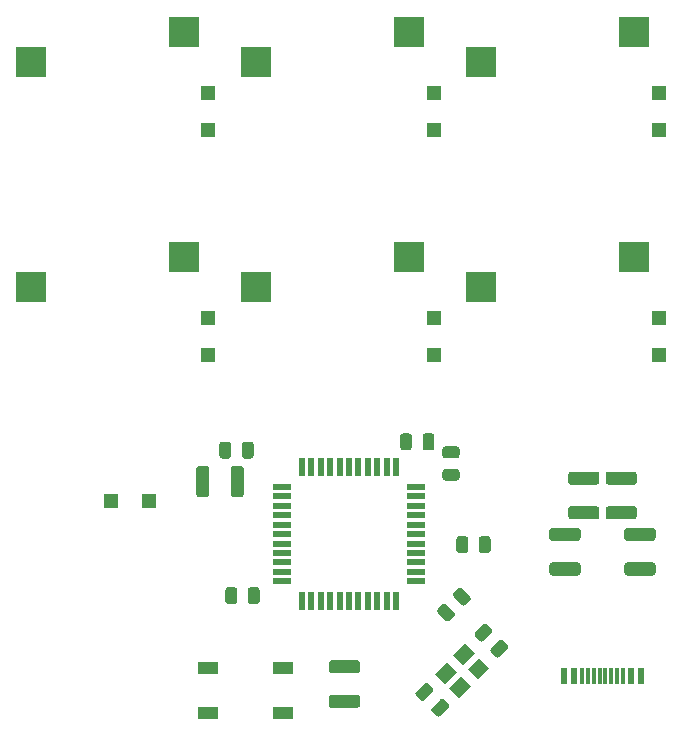
<source format=gbr>
%TF.GenerationSoftware,KiCad,Pcbnew,(5.1.8)-1*%
%TF.CreationDate,2020-11-20T23:41:01-06:00*%
%TF.ProjectId,testpcb,74657374-7063-4622-9e6b-696361645f70,0*%
%TF.SameCoordinates,Original*%
%TF.FileFunction,Paste,Bot*%
%TF.FilePolarity,Positive*%
%FSLAX46Y46*%
G04 Gerber Fmt 4.6, Leading zero omitted, Abs format (unit mm)*
G04 Created by KiCad (PCBNEW (5.1.8)-1) date 2020-11-20 23:41:01*
%MOMM*%
%LPD*%
G01*
G04 APERTURE LIST*
%ADD10R,1.500000X0.550000*%
%ADD11R,0.550000X1.500000*%
%ADD12R,2.550000X2.500000*%
%ADD13R,0.600000X1.450000*%
%ADD14R,0.300000X1.450000*%
%ADD15C,0.100000*%
%ADD16R,1.200000X1.200000*%
%ADD17R,1.700000X1.000000*%
G04 APERTURE END LIST*
D10*
%TO.C,U1*%
X82662000Y-66739000D03*
X82662000Y-67539000D03*
X82662000Y-68339000D03*
X82662000Y-69139000D03*
X82662000Y-69939000D03*
X82662000Y-70739000D03*
X82662000Y-71539000D03*
X82662000Y-72339000D03*
X82662000Y-73139000D03*
X82662000Y-73939000D03*
X82662000Y-74739000D03*
D11*
X80962000Y-76439000D03*
X80162000Y-76439000D03*
X79362000Y-76439000D03*
X78562000Y-76439000D03*
X77762000Y-76439000D03*
X76962000Y-76439000D03*
X76162000Y-76439000D03*
X75362000Y-76439000D03*
X74562000Y-76439000D03*
X73762000Y-76439000D03*
X72962000Y-76439000D03*
D10*
X71262000Y-74739000D03*
X71262000Y-73939000D03*
X71262000Y-73139000D03*
X71262000Y-72339000D03*
X71262000Y-71539000D03*
X71262000Y-70739000D03*
X71262000Y-69939000D03*
X71262000Y-69139000D03*
X71262000Y-68339000D03*
X71262000Y-67539000D03*
X71262000Y-66739000D03*
D11*
X72962000Y-65039000D03*
X73762000Y-65039000D03*
X74562000Y-65039000D03*
X75362000Y-65039000D03*
X76162000Y-65039000D03*
X76962000Y-65039000D03*
X77762000Y-65039000D03*
X78562000Y-65039000D03*
X79362000Y-65039000D03*
X80162000Y-65039000D03*
X80962000Y-65039000D03*
%TD*%
D12*
%TO.C,K6*%
X101092000Y-47307500D03*
X88165000Y-49847500D03*
%TD*%
%TO.C,K5*%
X101092000Y-28257500D03*
X88165000Y-30797500D03*
%TD*%
%TO.C,K4*%
X82042000Y-47307500D03*
X69115000Y-49847500D03*
%TD*%
%TO.C,K3*%
X82042000Y-28257500D03*
X69115000Y-30797500D03*
%TD*%
%TO.C,K2*%
X62992000Y-47307500D03*
X50065000Y-49847500D03*
%TD*%
%TO.C,K1*%
X62992000Y-28257500D03*
X50065000Y-30797500D03*
%TD*%
D13*
%TO.C,J1*%
X95200000Y-82792500D03*
X101650000Y-82792500D03*
X95975000Y-82792500D03*
X100875000Y-82792500D03*
D14*
X100175000Y-82792500D03*
X96675000Y-82792500D03*
X99675000Y-82792500D03*
X97175000Y-82792500D03*
X99175000Y-82792500D03*
X97675000Y-82792500D03*
X98175000Y-82792500D03*
X98675000Y-82792500D03*
%TD*%
D15*
%TO.C,Y1*%
G36*
X86797988Y-79997903D02*
G01*
X87646516Y-80846431D01*
X86656566Y-81836381D01*
X85808038Y-80987853D01*
X86797988Y-79997903D01*
G37*
G36*
X85242353Y-81553538D02*
G01*
X86090881Y-82402066D01*
X85100931Y-83392016D01*
X84252403Y-82543488D01*
X85242353Y-81553538D01*
G37*
G36*
X86444434Y-82755619D02*
G01*
X87292962Y-83604147D01*
X86303012Y-84594097D01*
X85454484Y-83745569D01*
X86444434Y-82755619D01*
G37*
G36*
X88000069Y-81199984D02*
G01*
X88848597Y-82048512D01*
X87858647Y-83038462D01*
X87010119Y-82189934D01*
X88000069Y-81199984D01*
G37*
%TD*%
%TO.C,C1*%
G36*
G01*
X83992822Y-85426573D02*
X84664573Y-84754822D01*
G75*
G02*
X85018127Y-84754822I176777J-176777D01*
G01*
X85371680Y-85108375D01*
G75*
G02*
X85371680Y-85461929I-176777J-176777D01*
G01*
X84699929Y-86133680D01*
G75*
G02*
X84346375Y-86133680I-176777J176777D01*
G01*
X83992822Y-85780127D01*
G75*
G02*
X83992822Y-85426573I176777J176777D01*
G01*
G37*
G36*
G01*
X82649320Y-84083071D02*
X83321071Y-83411320D01*
G75*
G02*
X83674625Y-83411320I176777J-176777D01*
G01*
X84028178Y-83764873D01*
G75*
G02*
X84028178Y-84118427I-176777J-176777D01*
G01*
X83356427Y-84790178D01*
G75*
G02*
X83002873Y-84790178I-176777J176777D01*
G01*
X82649320Y-84436625D01*
G75*
G02*
X82649320Y-84083071I176777J176777D01*
G01*
G37*
%TD*%
%TO.C,C2*%
G36*
G01*
X87665820Y-79066571D02*
X88337571Y-78394820D01*
G75*
G02*
X88691125Y-78394820I176777J-176777D01*
G01*
X89044678Y-78748373D01*
G75*
G02*
X89044678Y-79101927I-176777J-176777D01*
G01*
X88372927Y-79773678D01*
G75*
G02*
X88019373Y-79773678I-176777J176777D01*
G01*
X87665820Y-79420125D01*
G75*
G02*
X87665820Y-79066571I176777J176777D01*
G01*
G37*
G36*
G01*
X89009322Y-80410073D02*
X89681073Y-79738322D01*
G75*
G02*
X90034627Y-79738322I176777J-176777D01*
G01*
X90388180Y-80091875D01*
G75*
G02*
X90388180Y-80445429I-176777J-176777D01*
G01*
X89716429Y-81117180D01*
G75*
G02*
X89362875Y-81117180I-176777J176777D01*
G01*
X89009322Y-80763627D01*
G75*
G02*
X89009322Y-80410073I176777J176777D01*
G01*
G37*
%TD*%
%TO.C,C3*%
G36*
G01*
X86073000Y-66220000D02*
X85123000Y-66220000D01*
G75*
G02*
X84873000Y-65970000I0J250000D01*
G01*
X84873000Y-65470000D01*
G75*
G02*
X85123000Y-65220000I250000J0D01*
G01*
X86073000Y-65220000D01*
G75*
G02*
X86323000Y-65470000I0J-250000D01*
G01*
X86323000Y-65970000D01*
G75*
G02*
X86073000Y-66220000I-250000J0D01*
G01*
G37*
G36*
G01*
X86073000Y-64320000D02*
X85123000Y-64320000D01*
G75*
G02*
X84873000Y-64070000I0J250000D01*
G01*
X84873000Y-63570000D01*
G75*
G02*
X85123000Y-63320000I250000J0D01*
G01*
X86073000Y-63320000D01*
G75*
G02*
X86323000Y-63570000I0J-250000D01*
G01*
X86323000Y-64070000D01*
G75*
G02*
X86073000Y-64320000I-250000J0D01*
G01*
G37*
%TD*%
%TO.C,C4*%
G36*
G01*
X66987000Y-63152000D02*
X66987000Y-64102000D01*
G75*
G02*
X66737000Y-64352000I-250000J0D01*
G01*
X66237000Y-64352000D01*
G75*
G02*
X65987000Y-64102000I0J250000D01*
G01*
X65987000Y-63152000D01*
G75*
G02*
X66237000Y-62902000I250000J0D01*
G01*
X66737000Y-62902000D01*
G75*
G02*
X66987000Y-63152000I0J-250000D01*
G01*
G37*
G36*
G01*
X68887000Y-63152000D02*
X68887000Y-64102000D01*
G75*
G02*
X68637000Y-64352000I-250000J0D01*
G01*
X68137000Y-64352000D01*
G75*
G02*
X67887000Y-64102000I0J250000D01*
G01*
X67887000Y-63152000D01*
G75*
G02*
X68137000Y-62902000I250000J0D01*
G01*
X68637000Y-62902000D01*
G75*
G02*
X68887000Y-63152000I0J-250000D01*
G01*
G37*
%TD*%
%TO.C,C5*%
G36*
G01*
X85162571Y-78069180D02*
X84490820Y-77397429D01*
G75*
G02*
X84490820Y-77043875I176777J176777D01*
G01*
X84844373Y-76690322D01*
G75*
G02*
X85197927Y-76690322I176777J-176777D01*
G01*
X85869678Y-77362073D01*
G75*
G02*
X85869678Y-77715627I-176777J-176777D01*
G01*
X85516125Y-78069180D01*
G75*
G02*
X85162571Y-78069180I-176777J176777D01*
G01*
G37*
G36*
G01*
X86506073Y-76725678D02*
X85834322Y-76053927D01*
G75*
G02*
X85834322Y-75700373I176777J176777D01*
G01*
X86187875Y-75346820D01*
G75*
G02*
X86541429Y-75346820I176777J-176777D01*
G01*
X87213180Y-76018571D01*
G75*
G02*
X87213180Y-76372125I-176777J-176777D01*
G01*
X86859627Y-76725678D01*
G75*
G02*
X86506073Y-76725678I-176777J176777D01*
G01*
G37*
%TD*%
%TO.C,C6*%
G36*
G01*
X67495000Y-75471000D02*
X67495000Y-76421000D01*
G75*
G02*
X67245000Y-76671000I-250000J0D01*
G01*
X66745000Y-76671000D01*
G75*
G02*
X66495000Y-76421000I0J250000D01*
G01*
X66495000Y-75471000D01*
G75*
G02*
X66745000Y-75221000I250000J0D01*
G01*
X67245000Y-75221000D01*
G75*
G02*
X67495000Y-75471000I0J-250000D01*
G01*
G37*
G36*
G01*
X69395000Y-75471000D02*
X69395000Y-76421000D01*
G75*
G02*
X69145000Y-76671000I-250000J0D01*
G01*
X68645000Y-76671000D01*
G75*
G02*
X68395000Y-76421000I0J250000D01*
G01*
X68395000Y-75471000D01*
G75*
G02*
X68645000Y-75221000I250000J0D01*
G01*
X69145000Y-75221000D01*
G75*
G02*
X69395000Y-75471000I0J-250000D01*
G01*
G37*
%TD*%
%TO.C,C7*%
G36*
G01*
X81290500Y-63403500D02*
X81290500Y-62453500D01*
G75*
G02*
X81540500Y-62203500I250000J0D01*
G01*
X82040500Y-62203500D01*
G75*
G02*
X82290500Y-62453500I0J-250000D01*
G01*
X82290500Y-63403500D01*
G75*
G02*
X82040500Y-63653500I-250000J0D01*
G01*
X81540500Y-63653500D01*
G75*
G02*
X81290500Y-63403500I0J250000D01*
G01*
G37*
G36*
G01*
X83190500Y-63403500D02*
X83190500Y-62453500D01*
G75*
G02*
X83440500Y-62203500I250000J0D01*
G01*
X83940500Y-62203500D01*
G75*
G02*
X84190500Y-62453500I0J-250000D01*
G01*
X84190500Y-63403500D01*
G75*
G02*
X83940500Y-63653500I-250000J0D01*
G01*
X83440500Y-63653500D01*
G75*
G02*
X83190500Y-63403500I0J250000D01*
G01*
G37*
%TD*%
%TO.C,C8*%
G36*
G01*
X87953000Y-72103000D02*
X87953000Y-71153000D01*
G75*
G02*
X88203000Y-70903000I250000J0D01*
G01*
X88703000Y-70903000D01*
G75*
G02*
X88953000Y-71153000I0J-250000D01*
G01*
X88953000Y-72103000D01*
G75*
G02*
X88703000Y-72353000I-250000J0D01*
G01*
X88203000Y-72353000D01*
G75*
G02*
X87953000Y-72103000I0J250000D01*
G01*
G37*
G36*
G01*
X86053000Y-72103000D02*
X86053000Y-71153000D01*
G75*
G02*
X86303000Y-70903000I250000J0D01*
G01*
X86803000Y-70903000D01*
G75*
G02*
X87053000Y-71153000I0J-250000D01*
G01*
X87053000Y-72103000D01*
G75*
G02*
X86803000Y-72353000I-250000J0D01*
G01*
X86303000Y-72353000D01*
G75*
G02*
X86053000Y-72103000I0J250000D01*
G01*
G37*
%TD*%
D16*
%TO.C,D1*%
X65024000Y-36500000D03*
X65024000Y-33350000D03*
%TD*%
%TO.C,D2*%
X65024000Y-52400000D03*
X65024000Y-55550000D03*
%TD*%
%TO.C,D3*%
X84137500Y-36500000D03*
X84137500Y-33350000D03*
%TD*%
%TO.C,D4*%
X84137500Y-52400000D03*
X84137500Y-55550000D03*
%TD*%
%TO.C,D5*%
X103187500Y-33350000D03*
X103187500Y-36500000D03*
%TD*%
%TO.C,D6*%
X103187500Y-52400000D03*
X103187500Y-55550000D03*
%TD*%
%TO.C,D7*%
X59995000Y-67945000D03*
X56845000Y-67945000D03*
%TD*%
%TO.C,R1*%
G36*
G01*
X77656003Y-85464000D02*
X75505997Y-85464000D01*
G75*
G02*
X75256000Y-85214003I0J249997D01*
G01*
X75256000Y-84588997D01*
G75*
G02*
X75505997Y-84339000I249997J0D01*
G01*
X77656003Y-84339000D01*
G75*
G02*
X77906000Y-84588997I0J-249997D01*
G01*
X77906000Y-85214003D01*
G75*
G02*
X77656003Y-85464000I-249997J0D01*
G01*
G37*
G36*
G01*
X77656003Y-82539000D02*
X75505997Y-82539000D01*
G75*
G02*
X75256000Y-82289003I0J249997D01*
G01*
X75256000Y-81663997D01*
G75*
G02*
X75505997Y-81414000I249997J0D01*
G01*
X77656003Y-81414000D01*
G75*
G02*
X77906000Y-81663997I0J-249997D01*
G01*
X77906000Y-82289003D01*
G75*
G02*
X77656003Y-82539000I-249997J0D01*
G01*
G37*
%TD*%
%TO.C,R2*%
G36*
G01*
X66940000Y-67369003D02*
X66940000Y-65218997D01*
G75*
G02*
X67189997Y-64969000I249997J0D01*
G01*
X67815003Y-64969000D01*
G75*
G02*
X68065000Y-65218997I0J-249997D01*
G01*
X68065000Y-67369003D01*
G75*
G02*
X67815003Y-67619000I-249997J0D01*
G01*
X67189997Y-67619000D01*
G75*
G02*
X66940000Y-67369003I0J249997D01*
G01*
G37*
G36*
G01*
X64015000Y-67369003D02*
X64015000Y-65218997D01*
G75*
G02*
X64264997Y-64969000I249997J0D01*
G01*
X64890003Y-64969000D01*
G75*
G02*
X65140000Y-65218997I0J-249997D01*
G01*
X65140000Y-67369003D01*
G75*
G02*
X64890003Y-67619000I-249997J0D01*
G01*
X64264997Y-67619000D01*
G75*
G02*
X64015000Y-67369003I0J249997D01*
G01*
G37*
%TD*%
%TO.C,R3*%
G36*
G01*
X100524997Y-73131250D02*
X102675003Y-73131250D01*
G75*
G02*
X102925000Y-73381247I0J-249997D01*
G01*
X102925000Y-74006253D01*
G75*
G02*
X102675003Y-74256250I-249997J0D01*
G01*
X100524997Y-74256250D01*
G75*
G02*
X100275000Y-74006253I0J249997D01*
G01*
X100275000Y-73381247D01*
G75*
G02*
X100524997Y-73131250I249997J0D01*
G01*
G37*
G36*
G01*
X100524997Y-70206250D02*
X102675003Y-70206250D01*
G75*
G02*
X102925000Y-70456247I0J-249997D01*
G01*
X102925000Y-71081253D01*
G75*
G02*
X102675003Y-71331250I-249997J0D01*
G01*
X100524997Y-71331250D01*
G75*
G02*
X100275000Y-71081253I0J249997D01*
G01*
X100275000Y-70456247D01*
G75*
G02*
X100524997Y-70206250I249997J0D01*
G01*
G37*
%TD*%
%TO.C,R4*%
G36*
G01*
X94174997Y-70206250D02*
X96325003Y-70206250D01*
G75*
G02*
X96575000Y-70456247I0J-249997D01*
G01*
X96575000Y-71081253D01*
G75*
G02*
X96325003Y-71331250I-249997J0D01*
G01*
X94174997Y-71331250D01*
G75*
G02*
X93925000Y-71081253I0J249997D01*
G01*
X93925000Y-70456247D01*
G75*
G02*
X94174997Y-70206250I249997J0D01*
G01*
G37*
G36*
G01*
X94174997Y-73131250D02*
X96325003Y-73131250D01*
G75*
G02*
X96575000Y-73381247I0J-249997D01*
G01*
X96575000Y-74006253D01*
G75*
G02*
X96325003Y-74256250I-249997J0D01*
G01*
X94174997Y-74256250D01*
G75*
G02*
X93925000Y-74006253I0J249997D01*
G01*
X93925000Y-73381247D01*
G75*
G02*
X94174997Y-73131250I249997J0D01*
G01*
G37*
%TD*%
%TO.C,R5*%
G36*
G01*
X98937497Y-68368750D02*
X101087503Y-68368750D01*
G75*
G02*
X101337500Y-68618747I0J-249997D01*
G01*
X101337500Y-69243753D01*
G75*
G02*
X101087503Y-69493750I-249997J0D01*
G01*
X98937497Y-69493750D01*
G75*
G02*
X98687500Y-69243753I0J249997D01*
G01*
X98687500Y-68618747D01*
G75*
G02*
X98937497Y-68368750I249997J0D01*
G01*
G37*
G36*
G01*
X98937497Y-65443750D02*
X101087503Y-65443750D01*
G75*
G02*
X101337500Y-65693747I0J-249997D01*
G01*
X101337500Y-66318753D01*
G75*
G02*
X101087503Y-66568750I-249997J0D01*
G01*
X98937497Y-66568750D01*
G75*
G02*
X98687500Y-66318753I0J249997D01*
G01*
X98687500Y-65693747D01*
G75*
G02*
X98937497Y-65443750I249997J0D01*
G01*
G37*
%TD*%
%TO.C,R6*%
G36*
G01*
X95762497Y-65443750D02*
X97912503Y-65443750D01*
G75*
G02*
X98162500Y-65693747I0J-249997D01*
G01*
X98162500Y-66318753D01*
G75*
G02*
X97912503Y-66568750I-249997J0D01*
G01*
X95762497Y-66568750D01*
G75*
G02*
X95512500Y-66318753I0J249997D01*
G01*
X95512500Y-65693747D01*
G75*
G02*
X95762497Y-65443750I249997J0D01*
G01*
G37*
G36*
G01*
X95762497Y-68368750D02*
X97912503Y-68368750D01*
G75*
G02*
X98162500Y-68618747I0J-249997D01*
G01*
X98162500Y-69243753D01*
G75*
G02*
X97912503Y-69493750I-249997J0D01*
G01*
X95762497Y-69493750D01*
G75*
G02*
X95512500Y-69243753I0J249997D01*
G01*
X95512500Y-68618747D01*
G75*
G02*
X95762497Y-68368750I249997J0D01*
G01*
G37*
%TD*%
D17*
%TO.C,SW1*%
X65049000Y-85847000D03*
X71349000Y-85847000D03*
X65049000Y-82047000D03*
X71349000Y-82047000D03*
%TD*%
M02*

</source>
